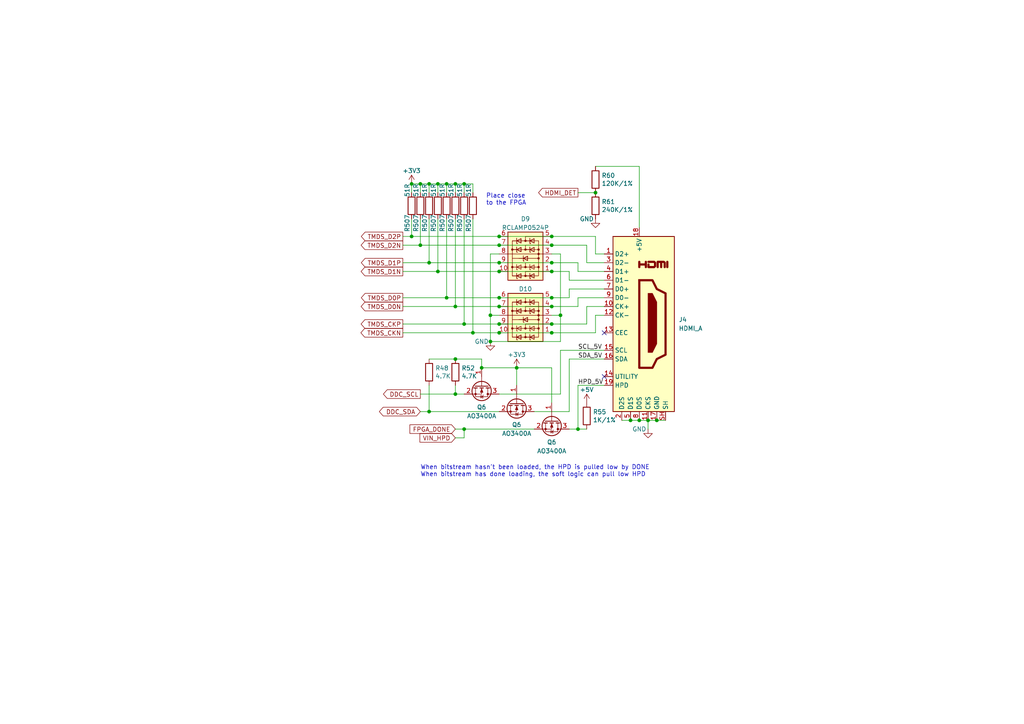
<source format=kicad_sch>
(kicad_sch (version 20230121) (generator eeschema)
  (paper "A4")
  (title_block (title "Caster EPDC") (date "2022-07-03") (rev "R0.4") (company "Copyright 2022 Modos / Engineer: Wenting Zhang"))
  (lib_symbols
    (symbol "Connector:HDMI_A"
      (property "Reference" "J" (at -6.35 26.67 0))
      (property "Value" "HDMI_A" (at 10.16 26.67 0))
      (symbol "HDMI_A_0_0"
        (polyline (pts (xy 8.128 16.51) (xy 8.128 18.034)) (stroke (width 0.635)))
        (polyline (pts (xy 0 16.51) (xy 0 18.034) (xy 0 17.272) (xy 1.905 17.272) (xy 1.905 18.034) (xy 1.905 16.51)) (stroke (width 0.635)))
        (polyline (pts (xy 2.667 18.034) (xy 4.318 18.034) (xy 4.572 17.78) (xy 4.572 16.764) (xy 4.318 16.51) (xy 2.667 16.51) (xy 2.667 17.272)) (stroke (width 0.635)))
      )
      (symbol "HDMI_A_0_1"
        (rectangle (start -7.62 25.4) (end 10.16 -25.4) (stroke (width 0.254)) (fill (type background)))
        (polyline (pts (xy 2.54 8.89) (xy 3.81 8.89) (xy 5.08 6.35) (xy 5.08 -5.715) (xy 3.81 -8.255) (xy 2.54 -8.255) (xy 2.54 8.89)) (fill (type outline)))
        (polyline (pts (xy 5.334 16.51) (xy 5.334 18.034) (xy 6.35 18.034) (xy 6.35 16.51) (xy 6.35 18.034) (xy 7.112 18.034) (xy 7.366 17.78) (xy 7.366 16.51)) (stroke (width 0.635)))
        (polyline (pts (xy 0 12.7) (xy 0 -12.7) (xy 3.81 -12.7) (xy 5.08 -10.16) (xy 7.62 -8.89) (xy 7.62 8.89) (xy 5.08 10.16) (xy 3.81 12.7) (xy 0 12.7)) (stroke (width 0.635)))
      )
      (symbol "HDMI_A_1_1"
        (pin passive line (at -10.16 20.32 0) (length 2.54) (name "D2+") (number "1"))
        (pin passive line (at -10.16 5.08 0) (length 2.54) (name "CK+") (number "10"))
        (pin power_in line (at 2.54 -27.94 90) (length 2.54) (name "CKS") (number "11"))
        (pin passive line (at -10.16 2.54 0) (length 2.54) (name "CK-") (number "12"))
        (pin bidirectional line (at -10.16 -2.54 0) (length 2.54) (name "CEC") (number "13"))
        (pin passive line (at -10.16 -15.24 0) (length 2.54) (name "UTILITY") (number "14"))
        (pin passive line (at -10.16 -7.62 0) (length 2.54) (name "SCL") (number "15"))
        (pin bidirectional line (at -10.16 -10.16 0) (length 2.54) (name "SDA") (number "16"))
        (pin power_in line (at 5.08 -27.94 90) (length 2.54) (name "GND") (number "17"))
        (pin power_in line (at 0 27.94 270) (length 2.54) (name "+5V") (number "18"))
        (pin passive line (at -10.16 -17.78 0) (length 2.54) (name "HPD") (number "19"))
        (pin power_in line (at -5.08 -27.94 90) (length 2.54) (name "D2S") (number "2"))
        (pin passive line (at -10.16 17.78 0) (length 2.54) (name "D2-") (number "3"))
        (pin passive line (at -10.16 15.24 0) (length 2.54) (name "D1+") (number "4"))
        (pin power_in line (at -2.54 -27.94 90) (length 2.54) (name "D1S") (number "5"))
        (pin passive line (at -10.16 12.7 0) (length 2.54) (name "D1-") (number "6"))
        (pin passive line (at -10.16 10.16 0) (length 2.54) (name "D0+") (number "7"))
        (pin power_in line (at 0 -27.94 90) (length 2.54) (name "D0S") (number "8"))
        (pin passive line (at -10.16 7.62 0) (length 2.54) (name "D0-") (number "9"))
        (pin passive line (at 7.62 -27.94 90) (length 2.54) (name "SH") (number "SH"))
      )
    )
    (symbol "Device:Q_NMOS_GSD" (pin_names (offset 0) hide)
      (property "Reference" "Q" (at 5.08 1.27 0))
      (property "Value" "Q_NMOS_GSD" (at 5.08 -1.27 0))
      (symbol "Q_NMOS_GSD_0_1"
        (polyline (pts (xy 0.254 0) (xy -2.54 0)))
        (polyline (pts (xy 0.254 1.905) (xy 0.254 -1.905)) (stroke (width 0.254)))
        (polyline (pts (xy 0.762 -1.27) (xy 0.762 -2.286)) (stroke (width 0.254)))
        (polyline (pts (xy 0.762 0.508) (xy 0.762 -0.508)) (stroke (width 0.254)))
        (polyline (pts (xy 0.762 2.286) (xy 0.762 1.27)) (stroke (width 0.254)))
        (polyline (pts (xy 2.54 2.54) (xy 2.54 1.778)))
        (polyline (pts (xy 2.54 -2.54) (xy 2.54 0) (xy 0.762 0)))
        (polyline (pts (xy 0.762 -1.778) (xy 3.302 -1.778) (xy 3.302 1.778) (xy 0.762 1.778)))
        (polyline (pts (xy 1.016 0) (xy 2.032 0.381) (xy 2.032 -0.381) (xy 1.016 0)) (fill (type outline)))
        (polyline (pts (xy 2.794 0.508) (xy 2.921 0.381) (xy 3.683 0.381) (xy 3.81 0.254)))
        (polyline (pts (xy 3.302 0.381) (xy 2.921 -0.254) (xy 3.683 -0.254) (xy 3.302 0.381)))
        (circle (center 1.651 0) (radius 2.794) (stroke (width 0.254)))
        (circle (center 2.54 -1.778) (radius 0.254) (fill (type outline)))
        (circle (center 2.54 1.778) (radius 0.254) (fill (type outline)))
      )
      (symbol "Q_NMOS_GSD_1_1"
        (pin input line (at -5.08 0 0) (length 2.54) (name "G") (number "1"))
        (pin passive line (at 2.54 -5.08 90) (length 2.54) (name "S") (number "2"))
        (pin passive line (at 2.54 5.08 270) (length 2.54) (name "D") (number "3"))
      )
    )
    (symbol "Device:R" (pin_numbers hide) (pin_names (offset 0))
      (property "Reference" "R" (at 2.032 0 90))
      (property "Value" "R" (at 0 0 90))
      (symbol "R_0_1"
        (rectangle (start -1.016 -2.54) (end 1.016 2.54) (stroke (width 0.254)))
      )
      (symbol "R_1_1"
        (pin passive line (at 0 3.81 270) (length 1.27) (name "~") (number "1"))
        (pin passive line (at 0 -3.81 90) (length 1.27) (name "~") (number "2"))
      )
    )
    (symbol "power:+3V3" (power) (pin_names (offset 0))
      (property "Value" "+3V3" (at 0 3.556 0))
      (symbol "+3V3_0_1"
        (polyline (pts (xy -0.762 1.27) (xy 0 2.54)))
        (polyline (pts (xy 0 0) (xy 0 2.54)))
        (polyline (pts (xy 0 2.54) (xy 0.762 1.27)))
      )
      (symbol "+3V3_1_1"
        (pin power_in line (at 0 0 90) (length 0) hide (name "+3V3") (number "1"))
      )
    )
    (symbol "power:+5V" (power) (pin_names (offset 0))
      (property "Value" "+5V" (at 0 3.556 0))
      (symbol "+5V_0_1"
        (polyline (pts (xy -0.762 1.27) (xy 0 2.54)))
        (polyline (pts (xy 0 0) (xy 0 2.54)))
        (polyline (pts (xy 0 2.54) (xy 0.762 1.27)))
      )
      (symbol "+5V_1_1"
        (pin power_in line (at 0 0 90) (length 0) hide (name "+5V") (number "1"))
      )
    )
    (symbol "power:GND" (power) (pin_names (offset 0))
      (property "Value" "GND" (at 0 -3.81 0))
      (symbol "GND_0_1"
        (polyline (pts (xy 0 0) (xy 0 -1.27) (xy 1.27 -1.27) (xy 0 -2.54) (xy -1.27 -1.27) (xy 0 -1.27)))
      )
      (symbol "GND_1_1"
        (pin power_in line (at 0 0 270) (length 0) hide (name "GND") (number "1"))
      )
    )
    (symbol "symbols:RCLAMP0524P" (pin_names hide)
      (property "Reference" "D" (at 7.62 1.27 0))
      (property "Value" "RCLAMP0524P" (at 7.62 -0.635 0))
      (symbol "RCLAMP0524P_0_0"
        (pin passive line (at 0 -7.62 90) (length 2.54) (name "GND") (number "3"))
      )
      (symbol "RCLAMP0524P_0_1"
        (rectangle (start -7.62 5.08) (end 6.35 -5.08) (stroke (width 0.254)) (fill (type background)))
        (circle (center -6.35 0) (radius 0.254) (fill (type outline)))
        (circle (center -3.81 -3.81) (radius 0.254) (fill (type outline)))
        (circle (center -3.81 0) (radius 0.254) (fill (type outline)))
        (circle (center -3.81 3.81) (radius 0.254) (fill (type outline)))
        (circle (center -1.27 -3.81) (radius 0.254) (fill (type outline)))
        (circle (center 0 -3.81) (radius 0.254) (fill (type outline)))
        (polyline (pts (xy -6.35 0) (xy -6.35 -1.27)))
        (polyline (pts (xy -6.35 2.54) (xy -6.35 -1.27)))
        (polyline (pts (xy -6.35 3.81) (xy -6.35 2.54)))
        (polyline (pts (xy -6.35 3.81) (xy -6.35 2.54)))
        (polyline (pts (xy -3.81 -3.81) (xy -3.81 2.54)))
        (polyline (pts (xy -3.81 3.81) (xy -3.81 2.54)))
        (polyline (pts (xy -3.175 -1.27) (xy -3.048 -1.27)))
        (polyline (pts (xy -3.175 2.54) (xy -3.048 2.54)))
        (polyline (pts (xy -1.27 0.635) (xy -1.27 -3.81)))
        (polyline (pts (xy -1.27 1.905) (xy -1.27 0.635)))
        (polyline (pts (xy -1.27 3.81) (xy -1.27 0.635)))
        (polyline (pts (xy 0 -5.08) (xy 0 -3.81)))
        (polyline (pts (xy 0 5.08) (xy 0 -3.81)))
        (polyline (pts (xy 1.27 -3.81) (xy -1.27 -3.81)))
        (polyline (pts (xy 1.27 0) (xy 1.27 -1.27)))
        (polyline (pts (xy 1.27 2.54) (xy 1.27 -1.27)))
        (polyline (pts (xy 1.27 3.81) (xy 1.27 2.54)))
        (polyline (pts (xy 1.27 3.81) (xy 1.27 2.54)))
        (polyline (pts (xy 3.81 0) (xy 3.81 -1.27)))
        (polyline (pts (xy 3.81 2.54) (xy 3.81 -1.27)))
        (polyline (pts (xy 3.81 3.81) (xy -6.35 3.81)))
        (polyline (pts (xy 3.81 3.81) (xy 3.81 2.54)))
        (polyline (pts (xy 3.81 3.81) (xy 3.81 2.54)))
        (polyline (pts (xy -6.35 -1.27) (xy -6.35 -3.81) (xy -1.27 -3.81)))
        (polyline (pts (xy -5.08 -5.08) (xy -5.08 0) (xy -6.35 0)))
        (polyline (pts (xy -3.175 -1.27) (xy -4.572 -1.27) (xy -4.572 -1.524)))
        (polyline (pts (xy -3.175 2.54) (xy -4.572 2.54) (xy -4.572 2.286)))
        (polyline (pts (xy -2.54 -5.08) (xy -2.54 0) (xy -3.81 0)))
        (polyline (pts (xy 1.27 -1.27) (xy 1.27 -3.81) (xy 3.81 -3.81)))
        (polyline (pts (xy 2.54 -5.08) (xy 2.54 0) (xy 1.27 0)))
        (polyline (pts (xy 3.81 -1.27) (xy 3.81 -3.81) (xy 3.81 -3.81)))
        (polyline (pts (xy 5.08 -5.08) (xy 5.08 0) (xy 3.81 0)))
        (polyline (pts (xy -7.112 -1.524) (xy -7.112 -1.27) (xy -5.715 -1.27) (xy -5.588 -1.27)))
        (polyline (pts (xy -7.112 -1.524) (xy -7.112 -1.27) (xy -5.715 -1.27) (xy -5.588 -1.27)))
        (polyline (pts (xy -7.112 2.286) (xy -7.112 2.54) (xy -5.715 2.54) (xy -5.588 2.54)))
        (polyline (pts (xy -7.112 2.286) (xy -7.112 2.54) (xy -5.715 2.54) (xy -5.588 2.54)))
        (polyline (pts (xy -6.35 -1.27) (xy -5.715 -2.54) (xy -6.985 -2.54) (xy -6.35 -1.27)))
        (polyline (pts (xy -6.35 -1.27) (xy -5.715 -2.54) (xy -6.985 -2.54) (xy -6.35 -1.27)))
        (polyline (pts (xy -6.35 2.54) (xy -5.715 1.27) (xy -6.985 1.27) (xy -6.35 2.54)))
        (polyline (pts (xy -6.35 2.54) (xy -5.715 1.27) (xy -6.985 1.27) (xy -6.35 2.54)))
        (polyline (pts (xy -3.175 -2.54) (xy -4.445 -2.54) (xy -3.81 -1.27) (xy -3.175 -2.54)))
        (polyline (pts (xy -3.175 1.27) (xy -4.445 1.27) (xy -3.81 2.54) (xy -3.175 1.27)))
        (polyline (pts (xy -2.032 0.381) (xy -2.032 0.635) (xy -0.635 0.635) (xy -0.508 0.635)))
        (polyline (pts (xy -2.032 0.381) (xy -2.032 0.635) (xy -0.635 0.635) (xy -0.508 0.635)))
        (polyline (pts (xy -1.27 0.635) (xy -0.635 -0.635) (xy -1.905 -0.635) (xy -1.27 0.635)))
        (polyline (pts (xy -1.27 0.635) (xy -0.635 -0.635) (xy -1.905 -0.635) (xy -1.27 0.635)))
        (polyline (pts (xy 0.508 -1.524) (xy 0.508 -1.27) (xy 1.905 -1.27) (xy 2.032 -1.27)))
        (polyline (pts (xy 0.508 -1.524) (xy 0.508 -1.27) (xy 1.905 -1.27) (xy 2.032 -1.27)))
        (polyline (pts (xy 0.508 2.286) (xy 0.508 2.54) (xy 1.905 2.54) (xy 2.032 2.54)))
        (polyline (pts (xy 0.508 2.286) (xy 0.508 2.54) (xy 1.905 2.54) (xy 2.032 2.54)))
        (polyline (pts (xy 1.27 -1.27) (xy 1.905 -2.54) (xy 0.635 -2.54) (xy 1.27 -1.27)))
        (polyline (pts (xy 1.27 -1.27) (xy 1.905 -2.54) (xy 0.635 -2.54) (xy 1.27 -1.27)))
        (polyline (pts (xy 1.27 2.54) (xy 1.905 1.27) (xy 0.635 1.27) (xy 1.27 2.54)))
        (polyline (pts (xy 1.27 2.54) (xy 1.905 1.27) (xy 0.635 1.27) (xy 1.27 2.54)))
        (polyline (pts (xy 3.048 -1.524) (xy 3.048 -1.27) (xy 4.445 -1.27) (xy 4.572 -1.27)))
        (polyline (pts (xy 3.048 -1.524) (xy 3.048 -1.27) (xy 4.445 -1.27) (xy 4.572 -1.27)))
        (polyline (pts (xy 3.048 2.286) (xy 3.048 2.54) (xy 4.445 2.54) (xy 4.572 2.54)))
        (polyline (pts (xy 3.048 2.286) (xy 3.048 2.54) (xy 4.445 2.54) (xy 4.572 2.54)))
        (polyline (pts (xy 3.81 -1.27) (xy 4.445 -2.54) (xy 3.175 -2.54) (xy 3.81 -1.27)))
        (polyline (pts (xy 3.81 -1.27) (xy 4.445 -2.54) (xy 3.175 -2.54) (xy 3.81 -1.27)))
        (polyline (pts (xy 3.81 2.54) (xy 4.445 1.27) (xy 3.175 1.27) (xy 3.81 2.54)))
        (polyline (pts (xy 3.81 2.54) (xy 4.445 1.27) (xy 3.175 1.27) (xy 3.81 2.54)))
        (circle (center 1.27 -3.81) (radius 0.254) (fill (type outline)))
        (circle (center 1.27 0) (radius 0.254) (fill (type outline)))
        (circle (center 1.27 3.81) (radius 0.254) (fill (type outline)))
        (circle (center 3.81 0) (radius 0.254) (fill (type outline)))
      )
      (symbol "RCLAMP0524P_1_1"
        (pin passive line (at -5.08 -7.62 90) (length 2.54) (name "IO1") (number "1"))
        (pin passive line (at -5.08 7.62 270) (length 2.54) (name "NC4") (number "10"))
        (pin passive line (at -2.54 -7.62 90) (length 2.54) (name "IO2") (number "2"))
        (pin passive line (at 2.54 -7.62 90) (length 2.54) (name "IO3") (number "4"))
        (pin passive line (at 5.08 -7.62 90) (length 2.54) (name "IO4") (number "5"))
        (pin passive line (at 5.08 7.62 270) (length 2.54) (name "NC1") (number "6"))
        (pin passive line (at 2.54 7.62 270) (length 2.54) (name "NC2") (number "7"))
        (pin passive line (at 0 7.62 270) (length 2.54) (name "GND") (number "8"))
        (pin passive line (at -2.54 7.62 270) (length 2.54) (name "NC3") (number "9"))
      )
    )
  )
  (junction (at 121.92 53.34))
  (junction (at 127 78.74))
  (junction (at 119.38 68.58))
  (junction (at 134.62 124.46))
  (junction (at 160.02 68.58))
  (junction (at 144.78 71.12))
  (junction (at 142.24 91.44))
  (junction (at 144.78 88.9))
  (junction (at 137.16 96.52))
  (junction (at 160.02 88.9))
  (junction (at 160.02 96.52))
  (junction (at 132.08 88.9))
  (junction (at 144.78 76.2))
  (junction (at 144.78 78.74))
  (junction (at 124.46 119.38))
  (junction (at 134.62 93.98))
  (junction (at 185.42 121.92))
  (junction (at 160.02 93.98))
  (junction (at 129.54 86.36))
  (junction (at 144.78 93.98))
  (junction (at 132.08 53.34))
  (junction (at 160.02 78.74))
  (junction (at 160.02 86.36))
  (junction (at 172.72 55.88))
  (junction (at 144.78 68.58))
  (junction (at 124.46 53.34))
  (junction (at 167.64 124.46))
  (junction (at 144.78 86.36))
  (junction (at 160.02 71.12))
  (junction (at 129.54 53.34))
  (junction (at 190.5 121.92))
  (junction (at 124.46 76.2))
  (junction (at 182.88 121.92))
  (junction (at 162.56 91.44))
  (junction (at 187.96 121.92))
  (junction (at 134.62 53.34))
  (junction (at 160.02 76.2))
  (junction (at 119.38 53.34))
  (junction (at 149.86 106.68))
  (junction (at 132.08 104.14))
  (junction (at 127 53.34))
  (junction (at 139.7 106.68))
  (junction (at 142.24 99.06))
  (junction (at 144.78 96.52))
  (junction (at 132.08 114.3))
  (junction (at 121.92 71.12))
  (no_connect (at 175.26 109.22))
  (no_connect (at 175.26 96.52))
  (wire (pts (xy 142.24 91.44) (xy 144.78 91.44)))
  (wire (pts (xy 162.56 101.6) (xy 175.26 101.6)))
  (wire (pts (xy 124.46 119.38) (xy 144.78 119.38)))
  (wire (pts (xy 132.08 111.76) (xy 132.08 114.3)))
  (wire (pts (xy 139.7 104.14) (xy 139.7 106.68)))
  (wire (pts (xy 129.54 86.36) (xy 144.78 86.36)))
  (wire (pts (xy 116.84 76.2) (xy 124.46 76.2)))
  (wire (pts (xy 134.62 63.5) (xy 134.62 93.98)))
  (wire (pts (xy 144.78 88.9) (xy 160.02 88.9)))
  (wire (pts (xy 124.46 63.5) (xy 124.46 76.2)))
  (wire (pts (xy 165.1 81.28) (xy 165.1 78.74)))
  (wire (pts (xy 175.26 78.74) (xy 167.64 78.74)))
  (wire (pts (xy 172.72 91.44) (xy 172.72 96.52)))
  (wire (pts (xy 144.78 78.74) (xy 160.02 78.74)))
  (wire (pts (xy 160.02 73.66) (xy 162.56 73.66)))
  (wire (pts (xy 167.64 88.9) (xy 160.02 88.9)))
  (wire (pts (xy 170.18 88.9) (xy 170.18 93.98)))
  (wire (pts (xy 165.1 119.38) (xy 154.94 119.38)))
  (wire (pts (xy 127 63.5) (xy 127 78.74)))
  (wire (pts (xy 127 53.34) (xy 129.54 53.34)))
  (wire (pts (xy 137.16 96.52) (xy 144.78 96.52)))
  (wire (pts (xy 121.92 53.34) (xy 124.46 53.34)))
  (wire (pts (xy 116.84 93.98) (xy 134.62 93.98)))
  (wire (pts (xy 165.1 78.74) (xy 160.02 78.74)))
  (wire (pts (xy 149.86 106.68) (xy 160.02 106.68)))
  (wire (pts (xy 132.08 127) (xy 134.62 127)))
  (wire (pts (xy 160.02 106.68) (xy 160.02 116.84)))
  (wire (pts (xy 142.24 91.44) (xy 142.24 99.06)))
  (wire (pts (xy 132.08 124.46) (xy 134.62 124.46)))
  (wire (pts (xy 121.92 63.5) (xy 121.92 71.12)))
  (wire (pts (xy 116.84 88.9) (xy 132.08 88.9)))
  (wire (pts (xy 129.54 53.34) (xy 132.08 53.34)))
  (wire (pts (xy 121.92 71.12) (xy 144.78 71.12)))
  (wire (pts (xy 137.16 63.5) (xy 137.16 96.52)))
  (wire (pts (xy 124.46 53.34) (xy 127 53.34)))
  (wire (pts (xy 116.84 68.58) (xy 119.38 68.58)))
  (wire (pts (xy 124.46 104.14) (xy 132.08 104.14)))
  (wire (pts (xy 180.34 121.92) (xy 182.88 121.92)))
  (wire (pts (xy 167.64 78.74) (xy 167.64 76.2)))
  (wire (pts (xy 132.08 104.14) (xy 139.7 104.14)))
  (wire (pts (xy 187.96 121.92) (xy 187.96 124.46)))
  (wire (pts (xy 160.02 71.12) (xy 170.18 71.12)))
  (wire (pts (xy 134.62 124.46) (xy 154.94 124.46)))
  (wire (pts (xy 144.78 93.98) (xy 160.02 93.98)))
  (wire (pts (xy 170.18 76.2) (xy 175.26 76.2)))
  (wire (pts (xy 162.56 114.3) (xy 144.78 114.3)))
  (wire (pts (xy 137.16 53.34) (xy 137.16 55.88)))
  (wire (pts (xy 172.72 68.58) (xy 160.02 68.58)))
  (wire (pts (xy 124.46 76.2) (xy 144.78 76.2)))
  (wire (pts (xy 132.08 88.9) (xy 144.78 88.9)))
  (wire (pts (xy 175.26 73.66) (xy 172.72 73.66)))
  (wire (pts (xy 142.24 73.66) (xy 142.24 91.44)))
  (wire (pts (xy 129.54 53.34) (xy 129.54 55.88)))
  (wire (pts (xy 175.26 81.28) (xy 165.1 81.28)))
  (wire (pts (xy 142.24 99.06) (xy 162.56 99.06)))
  (wire (pts (xy 129.54 63.5) (xy 129.54 86.36)))
  (wire (pts (xy 144.78 73.66) (xy 142.24 73.66)))
  (wire (pts (xy 187.96 121.92) (xy 190.5 121.92)))
  (wire (pts (xy 121.92 53.34) (xy 121.92 55.88)))
  (wire (pts (xy 165.1 83.82) (xy 165.1 86.36)))
  (wire (pts (xy 175.26 86.36) (xy 167.64 86.36)))
  (wire (pts (xy 116.84 96.52) (xy 137.16 96.52)))
  (wire (pts (xy 167.64 124.46) (xy 170.18 124.46)))
  (wire (pts (xy 124.46 53.34) (xy 124.46 55.88)))
  (wire (pts (xy 167.64 124.46) (xy 167.64 111.76)))
  (wire (pts (xy 170.18 93.98) (xy 160.02 93.98)))
  (wire (pts (xy 132.08 53.34) (xy 132.08 55.88)))
  (wire (pts (xy 162.56 91.44) (xy 160.02 91.44)))
  (wire (pts (xy 116.84 78.74) (xy 127 78.74)))
  (wire (pts (xy 162.56 99.06) (xy 162.56 91.44)))
  (wire (pts (xy 172.72 96.52) (xy 160.02 96.52)))
  (wire (pts (xy 134.62 53.34) (xy 134.62 55.88)))
  (wire (pts (xy 149.86 106.68) (xy 149.86 111.76)))
  (wire (pts (xy 134.62 93.98) (xy 144.78 93.98)))
  (wire (pts (xy 127 53.34) (xy 127 55.88)))
  (wire (pts (xy 167.64 76.2) (xy 160.02 76.2)))
  (wire (pts (xy 165.1 104.14) (xy 175.26 104.14)))
  (wire (pts (xy 132.08 114.3) (xy 134.62 114.3)))
  (wire (pts (xy 182.88 121.92) (xy 185.42 121.92)))
  (wire (pts (xy 132.08 63.5) (xy 132.08 88.9)))
  (wire (pts (xy 121.92 119.38) (xy 124.46 119.38)))
  (wire (pts (xy 116.84 71.12) (xy 121.92 71.12)))
  (wire (pts (xy 134.62 53.34) (xy 137.16 53.34)))
  (wire (pts (xy 119.38 63.5) (xy 119.38 68.58)))
  (wire (pts (xy 144.78 68.58) (xy 160.02 68.58)))
  (wire (pts (xy 167.64 55.88) (xy 172.72 55.88)))
  (wire (pts (xy 119.38 53.34) (xy 121.92 53.34)))
  (wire (pts (xy 167.64 111.76) (xy 175.26 111.76)))
  (wire (pts (xy 175.26 91.44) (xy 172.72 91.44)))
  (wire (pts (xy 144.78 71.12) (xy 160.02 71.12)))
  (wire (pts (xy 162.56 101.6) (xy 162.56 114.3)))
  (wire (pts (xy 134.62 127) (xy 134.62 124.46)))
  (wire (pts (xy 167.64 86.36) (xy 167.64 88.9)))
  (wire (pts (xy 144.78 76.2) (xy 160.02 76.2)))
  (wire (pts (xy 170.18 71.12) (xy 170.18 76.2)))
  (wire (pts (xy 165.1 124.46) (xy 167.64 124.46)))
  (wire (pts (xy 175.26 83.82) (xy 165.1 83.82)))
  (wire (pts (xy 119.38 53.34) (xy 119.38 55.88)))
  (wire (pts (xy 144.78 96.52) (xy 160.02 96.52)))
  (wire (pts (xy 160.02 86.36) (xy 165.1 86.36)))
  (wire (pts (xy 175.26 88.9) (xy 170.18 88.9)))
  (wire (pts (xy 185.42 66.04) (xy 185.42 48.26)))
  (wire (pts (xy 185.42 48.26) (xy 172.72 48.26)))
  (wire (pts (xy 165.1 104.14) (xy 165.1 119.38)))
  (wire (pts (xy 172.72 73.66) (xy 172.72 68.58)))
  (wire (pts (xy 127 78.74) (xy 144.78 78.74)))
  (wire (pts (xy 132.08 53.34) (xy 134.62 53.34)))
  (wire (pts (xy 124.46 111.76) (xy 124.46 119.38)))
  (wire (pts (xy 119.38 68.58) (xy 144.78 68.58)))
  (wire (pts (xy 144.78 86.36) (xy 160.02 86.36)))
  (wire (pts (xy 139.7 106.68) (xy 149.86 106.68)))
  (wire (pts (xy 162.56 73.66) (xy 162.56 91.44)))
  (wire (pts (xy 116.84 86.36) (xy 129.54 86.36)))
  (wire (pts (xy 185.42 121.92) (xy 187.96 121.92)))
  (wire (pts (xy 121.92 114.3) (xy 132.08 114.3)))
  (wire (pts (xy 190.5 121.92) (xy 193.04 121.92)))
  (text "Place close\nto the FPGA" (at 140.97 59.69 0) (effects (font (size 1.27 1.27)) (justify left bottom)))
  (text "When bitstream hasn't been loaded, the HPD is pulled low by DONE\nWhen bitstream has done loading, the soft logic can pull low HPD" (at 121.92 138.43 0) (effects (font (size 1.27 1.27)) (justify left bottom)))
  (label "SCL_5V" (at 167.64 101.6 0))
  (label "SDA_5V" (at 167.64 104.14 0))
  (label "HPD_5V" (at 167.64 111.76 0))
  (global_label "TMDS_D2N" (shape output) (at 116.84 71.12 180) (property "Intersheetrefs" "${INTERSHEET_REFS}" (effects hide)))
  (global_label "TMDS_D2P" (shape output) (at 116.84 68.58 180) (property "Intersheetrefs" "${INTERSHEET_REFS}" (effects hide)))
  (global_label "TMDS_D1N" (shape output) (at 116.84 78.74 180) (property "Intersheetrefs" "${INTERSHEET_REFS}" (effects hide)))
  (global_label "DDC_SCL" (shape output) (at 121.92 114.3 180) (property "Intersheetrefs" "${INTERSHEET_REFS}" (effects hide)))
  (global_label "TMDS_D0P" (shape output) (at 116.84 86.36 180) (property "Intersheetrefs" "${INTERSHEET_REFS}" (effects hide)))
  (global_label "DDC_SDA" (shape bidirectional) (at 121.92 119.38 180) (property "Intersheetrefs" "${INTERSHEET_REFS}" (effects hide)))
  (global_label "HDMI_DET" (shape output) (at 167.64 55.88 180) (property "Intersheetrefs" "${INTERSHEET_REFS}" (effects hide)))
  (global_label "TMDS_CKP" (shape output) (at 116.84 93.98 180) (property "Intersheetrefs" "${INTERSHEET_REFS}" (effects hide)))
  (global_label "TMDS_D0N" (shape output) (at 116.84 88.9 180) (property "Intersheetrefs" "${INTERSHEET_REFS}" (effects hide)))
  (global_label "FPGA_DONE" (shape input) (at 132.08 124.46 180) (property "Intersheetrefs" "${INTERSHEET_REFS}" (effects hide)))
  (global_label "VIN_HPD" (shape input) (at 132.08 127 180) (property "Intersheetrefs" "${INTERSHEET_REFS}" (effects hide)))
  (global_label "TMDS_CKN" (shape output) (at 116.84 96.52 180) (property "Intersheetrefs" "${INTERSHEET_REFS}" (effects hide)))
  (global_label "TMDS_D1P" (shape output) (at 116.84 76.2 180) (property "Intersheetrefs" "${INTERSHEET_REFS}" (effects hide)))
  (symbol (lib_id "Device:R") (at 132.08 59.69 0) (mirror y) (unit 1)
    (property "Reference" "R507" (at 130.81 67.31 90) (effects (justify left)))
    (property "Value" "51R" (at 130.81 57.15 90) (effects (justify left)))
    (property "Footprint" "Resistor_SMD:R_0402_1005Metric" (effects hide))
    (property "LCSC" "C105870" (effects hide))
    (property "Ref.Price" "0.0006" (effects hide))
    (instances (project "pcb" (path "" (reference "R507") (unit 1)) (path "" (reference "R51") (unit 1))))
  )
  (symbol (lib_id "Device:R") (at 134.62 59.69 0) (mirror y) (unit 1)
    (property "Reference" "R507" (at 133.35 67.31 90) (effects (justify left)))
    (property "Value" "51R" (at 133.35 57.15 90) (effects (justify left)))
    (property "Footprint" "Resistor_SMD:R_0402_1005Metric" (effects hide))
    (property "LCSC" "C105870" (effects hide))
    (property "Ref.Price" "0.0006" (effects hide))
    (instances (project "pcb" (path "" (reference "R507") (unit 1)) (path "" (reference "R53") (unit 1))))
  )
  (symbol (lib_id "Device:R") (at 170.18 120.65 0) (unit 1)
    (property "Reference" "R55" (at 171.958 119.4816 0) (effects (justify left)))
    (property "Value" "1K/1%" (at 171.958 121.793 0) (effects (justify left)))
    (property "Footprint" "Resistor_SMD:R_0402_1005Metric" (effects hide))
    (instances (project "pcb" (path "" (reference "R55") (unit 1))) (project "pcb" (path "" (reference "R21") (unit 1)) (path "" (reference "R30") (unit 1))))
  )
  (symbol (lib_id "Device:R") (at 137.16 59.69 0) (mirror y) (unit 1)
    (property "Reference" "R507" (at 135.89 67.31 90) (effects (justify left)))
    (property "Value" "51R" (at 135.89 57.15 90) (effects (justify left)))
    (property "Footprint" "Resistor_SMD:R_0402_1005Metric" (effects hide))
    (property "LCSC" "C105870" (effects hide))
    (property "Ref.Price" "0.0006" (effects hide))
    (instances (project "pcb" (path "" (reference "R507") (unit 1)) (path "" (reference "R54") (unit 1))))
  )
  (symbol (lib_id "power:+5V") (at 170.18 116.84 0) (unit 1)
    (property "Reference" "#PWR0127" (effects hide))
    (property "Value" "+5V" (at 170.18 113.03 0))
    (instances (project "pcb" (path "" (reference "#PWR0127") (unit 1))) (project "pcb" (path "" (reference "#PWR0120") (unit 1))))
  )
  (symbol (lib_id "power:+3V3") (at 119.38 53.34 0) (unit 1)
    (property "Reference" "#PWR0124" (effects hide))
    (property "Value" "+3V3" (at 119.38 49.53 0))
    (instances (project "pcb" (path "" (reference "#PWR0124") (unit 1))) (project "pcb" (path "" (reference "#PWR0117") (unit 1))))
  )
  (symbol (lib_id "Device:R") (at 121.92 59.69 0) (mirror y) (unit 1)
    (property "Reference" "R507" (at 120.65 67.31 90) (effects (justify left)))
    (property "Value" "51R" (at 120.65 57.15 90) (effects (justify left)))
    (property "Footprint" "Resistor_SMD:R_0402_1005Metric" (effects hide))
    (property "LCSC" "C105870" (effects hide))
    (property "Ref.Price" "0.0006" (effects hide))
    (instances (project "pcb" (path "" (reference "R507") (unit 1)) (path "" (reference "R46") (unit 1))))
  )
  (symbol (lib_id "Device:R") (at 172.72 59.69 0) (unit 1)
    (property "Reference" "R61" (at 174.498 58.5216 0) (effects (justify left)))
    (property "Value" "240K/1%" (at 174.498 60.833 0) (effects (justify left)))
    (property "Footprint" "Resistor_SMD:R_0402_1005Metric" (effects hide))
    (instances (project "pcb" (path "" (reference "R61") (unit 1))) (project "pcb" (path "" (reference "R21") (unit 1)) (path "" (reference "R21") (unit 1))))
  )
  (symbol (lib_id "power:GND") (at 172.72 63.5 0) (unit 1)
    (property "Reference" "#PWR0143" (effects hide))
    (property "Value" "GND" (at 170.18 63.5 0))
    (instances (project "pcb" (path "" (reference "#PWR0143") (unit 1))) (project "pcb" (path "" (reference "#PWR0121") (unit 1))))
  )
  (symbol (lib_id "Device:R") (at 119.38 59.69 0) (mirror y) (unit 1)
    (property "Reference" "R507" (at 118.11 67.31 90) (effects (justify left)))
    (property "Value" "51R" (at 118.11 57.15 90) (effects (justify left)))
    (property "Footprint" "Resistor_SMD:R_0402_1005Metric" (effects hide))
    (property "LCSC" "C105870" (effects hide))
    (property "Ref.Price" "0.0006" (effects hide))
    (instances (project "pcb" (path "" (reference "R507") (unit 1)) (path "" (reference "R45") (unit 1))))
  )
  (symbol (lib_id "Device:R") (at 127 59.69 0) (mirror y) (unit 1)
    (property "Reference" "R507" (at 125.73 67.31 90) (effects (justify left)))
    (property "Value" "51R" (at 125.73 57.15 90) (effects (justify left)))
    (property "Footprint" "Resistor_SMD:R_0402_1005Metric" (effects hide))
    (property "LCSC" "C105870" (effects hide))
    (property "Ref.Price" "0.0006" (effects hide))
    (instances (project "pcb" (path "" (reference "R507") (unit 1)) (path "" (reference "R49") (unit 1))))
  )
  (symbol (lib_id "Device:Q_NMOS_GSD") (at 149.86 116.84 270) (unit 1)
    (property "Reference" "Q6" (at 149.86 123.19 90))
    (property "Value" "AO3400A" (at 149.86 125.73 90))
    (property "Footprint" "Package_TO_SOT_SMD:SOT-23" (effects hide))
    (instances (project "pcb" (path "" (reference "Q6") (unit 1)) (path "" (reference "Q4") (unit 1))))
  )
  (symbol (lib_id "power:GND") (at 142.24 99.06 0) (unit 1)
    (property "Reference" "#PWR0125" (effects hide))
    (property "Value" "GND" (at 139.7 99.06 0))
    (instances (project "pcb" (path "" (reference "#PWR0125") (unit 1))) (project "pcb" (path "" (reference "#PWR0118") (unit 1))))
  )
  (symbol (lib_id "Device:R") (at 132.08 107.95 0) (unit 1)
    (property "Reference" "R52" (at 133.858 106.7816 0) (effects (justify left)))
    (property "Value" "4.7K" (at 133.858 109.093 0) (effects (justify left)))
    (property "Footprint" "Resistor_SMD:R_0402_1005Metric" (effects hide))
    (instances (project "pcb" (path "" (reference "R52") (unit 1))) (project "pcb" (path "" (reference "R21") (unit 1)) (path "" (reference "R21") (unit 1))))
  )
  (symbol (lib_id "Device:Q_NMOS_GSD") (at 139.7 111.76 270) (unit 1)
    (property "Reference" "Q6" (at 139.7 118.11 90))
    (property "Value" "AO3400A" (at 139.7 120.65 90))
    (property "Footprint" "Package_TO_SOT_SMD:SOT-23" (effects hide))
    (instances (project "pcb" (path "" (reference "Q6") (unit 1)) (path "" (reference "Q3") (unit 1))))
  )
  (symbol (lib_id "Device:R") (at 172.72 52.07 0) (unit 1)
    (property "Reference" "R60" (at 174.498 50.9016 0) (effects (justify left)))
    (property "Value" "120K/1%" (at 174.498 53.213 0) (effects (justify left)))
    (property "Footprint" "Resistor_SMD:R_0402_1005Metric" (effects hide))
    (instances (project "pcb" (path "" (reference "R60") (unit 1))) (project "pcb" (path "" (reference "R21") (unit 1)) (path "" (reference "R21") (unit 1))))
  )
  (symbol (lib_id "Device:R") (at 129.54 59.69 0) (mirror y) (unit 1)
    (property "Reference" "R507" (at 128.27 67.31 90) (effects (justify left)))
    (property "Value" "51R" (at 128.27 57.15 90) (effects (justify left)))
    (property "Footprint" "Resistor_SMD:R_0402_1005Metric" (effects hide))
    (property "LCSC" "C105870" (effects hide))
    (property "Ref.Price" "0.0006" (effects hide))
    (instances (project "pcb" (path "" (reference "R507") (unit 1)) (path "" (reference "R50") (unit 1))))
  )
  (symbol (lib_id "Connector:HDMI_A") (at 185.42 93.98 0) (unit 1)
    (property "Reference" "J4" (at 196.85 92.71 0) (effects (justify left)))
    (property "Value" "HDMI_A" (at 196.85 95.25 0) (effects (justify left)))
    (property "Footprint" "Connector_HDMI:HDMI_A_Molex_208658-1001_Horizontal" (effects hide))
    (property "Datasheet" "https://en.wikipedia.org/wiki/HDMI" (effects hide))
    (instances (project "pcb" (path "" (reference "J4") (unit 1))) (project "pcb" (path "" (reference "J3") (unit 1))))
  )
  (symbol (lib_id "Device:Q_NMOS_GSD") (at 160.02 121.92 270) (unit 1)
    (property "Reference" "Q6" (at 160.02 128.27 90))
    (property "Value" "AO3400A" (at 160.02 130.81 90))
    (property "Footprint" "Package_TO_SOT_SMD:SOT-23" (effects hide))
    (instances (project "pcb" (path "" (reference "Q6") (unit 1)) (path "" (reference "Q5") (unit 1))))
  )
  (symbol (lib_id "Device:R") (at 124.46 107.95 0) (unit 1)
    (property "Reference" "R48" (at 126.238 106.7816 0) (effects (justify left)))
    (property "Value" "4.7K" (at 126.238 109.093 0) (effects (justify left)))
    (property "Footprint" "Resistor_SMD:R_0402_1005Metric" (effects hide))
    (instances (project "pcb" (path "" (reference "R48") (unit 1))) (project "pcb" (path "" (reference "R21") (unit 1)) (path "" (reference "R33") (unit 1))))
  )
  (symbol (lib_id "power:GND") (at 187.96 124.46 0) (unit 1)
    (property "Reference" "#PWR0128" (effects hide))
    (property "Value" "GND" (at 185.42 124.46 0))
    (instances (project "pcb" (path "" (reference "#PWR0128") (unit 1))) (project "pcb" (path "" (reference "#PWR0121") (unit 1))))
  )
  (symbol (lib_id "Device:R") (at 124.46 59.69 0) (mirror y) (unit 1)
    (property "Reference" "R507" (at 123.19 67.31 90) (effects (justify left)))
    (property "Value" "51R" (at 123.19 57.15 90) (effects (justify left)))
    (property "Footprint" "Resistor_SMD:R_0402_1005Metric" (effects hide))
    (property "LCSC" "C105870" (effects hide))
    (property "Ref.Price" "0.0006" (effects hide))
    (instances (project "pcb" (path "" (reference "R507") (unit 1)) (path "" (reference "R47") (unit 1))))
  )
  (symbol (lib_id "symbols:RCLAMP0524P") (at 152.4 91.44 90) (unit 1)
    (property "Reference" "D10" (at 152.4 83.82 90))
    (property "Value" "RCLAMP0524P" (effects hide))
    (property "Footprint" "Package_DFN_QFN:Diodes_UDFN-10_1.0x2.5mm_P0.5mm" (effects hide))
    (instances (project "pcb" (path "" (reference "D10") (unit 1))) (project "pcb" (path "" (reference "D4") (unit 1))))
  )
  (symbol (lib_id "power:+3V3") (at 149.86 106.68 0) (unit 1)
    (property "Reference" "#PWR0126" (effects hide))
    (property "Value" "+3V3" (at 149.86 102.87 0))
    (instances (project "pcb" (path "" (reference "#PWR0126") (unit 1))) (project "pcb" (path "" (reference "#PWR0119") (unit 1))))
  )
  (symbol (lib_id "symbols:RCLAMP0524P") (at 152.4 73.66 90) (unit 1)
    (property "Reference" "D9" (at 152.4 63.5 90))
    (property "Value" "RCLAMP0524P" (at 152.4 66.04 90))
    (property "Footprint" "Package_DFN_QFN:Diodes_UDFN-10_1.0x2.5mm_P0.5mm" (effects hide))
    (instances (project "pcb" (path "" (reference "D9") (unit 1))) (project "pcb" (path "" (reference "D3") (unit 1))))
  )
)
</source>
